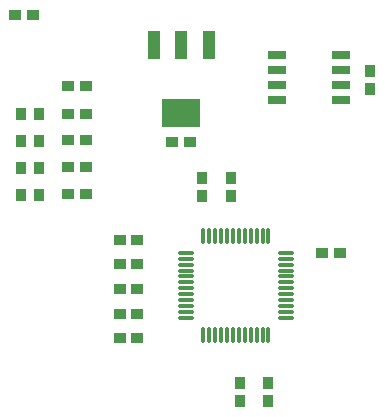
<source format=gtp>
G04*
G04 #@! TF.GenerationSoftware,Altium Limited,Altium Designer,21.6.1 (37)*
G04*
G04 Layer_Color=8421504*
%FSTAX23Y23*%
%MOIN*%
G70*
G04*
G04 #@! TF.SameCoordinates,70A83F60-4201-493C-AFFE-40F3CF65797C*
G04*
G04*
G04 #@! TF.FilePolarity,Positive*
G04*
G01*
G75*
%ADD20R,0.060X0.026*%
%ADD21R,0.039X0.037*%
%ADD22O,0.057X0.012*%
%ADD23O,0.012X0.057*%
%ADD24R,0.130X0.094*%
%ADD25R,0.039X0.094*%
%ADD26R,0.037X0.039*%
%ADD27R,0.037X0.039*%
D20*
X02348Y02613D02*
D03*
Y02663D02*
D03*
Y02713D02*
D03*
Y02763D02*
D03*
X02561D02*
D03*
Y02713D02*
D03*
Y02663D02*
D03*
Y02613D02*
D03*
D21*
X01535Y02896D02*
D03*
X01476D02*
D03*
X01711Y023D02*
D03*
X01652D02*
D03*
X01711Y02391D02*
D03*
X01652D02*
D03*
X01711Y0248D02*
D03*
X01652D02*
D03*
X01711Y02569D02*
D03*
X01652D02*
D03*
X0206Y02475D02*
D03*
X02D02*
D03*
X01711Y0266D02*
D03*
X01652D02*
D03*
X01884Y0182D02*
D03*
X01825D02*
D03*
X01825Y01984D02*
D03*
X01884D02*
D03*
X01825Y02066D02*
D03*
X01884D02*
D03*
X01825Y02148D02*
D03*
X01884D02*
D03*
X025Y02105D02*
D03*
X0256D02*
D03*
X01884Y01902D02*
D03*
X01825D02*
D03*
D22*
X02046Y02104D02*
D03*
Y02085D02*
D03*
Y02065D02*
D03*
Y02045D02*
D03*
X02378Y02104D02*
D03*
Y02085D02*
D03*
Y02065D02*
D03*
Y02045D02*
D03*
Y02026D02*
D03*
Y02006D02*
D03*
Y01986D02*
D03*
Y01966D02*
D03*
Y01947D02*
D03*
Y01927D02*
D03*
Y01907D02*
D03*
Y01888D02*
D03*
X02046D02*
D03*
Y01907D02*
D03*
Y01927D02*
D03*
Y01947D02*
D03*
Y01966D02*
D03*
Y01986D02*
D03*
Y02006D02*
D03*
Y02026D02*
D03*
D23*
X02104Y02162D02*
D03*
X02123D02*
D03*
X02143D02*
D03*
X02163D02*
D03*
X02182D02*
D03*
X02202D02*
D03*
X02222D02*
D03*
X02242D02*
D03*
X02261D02*
D03*
X02281D02*
D03*
X02301D02*
D03*
X0232D02*
D03*
Y0183D02*
D03*
X02301D02*
D03*
X02281D02*
D03*
X02261D02*
D03*
X02242D02*
D03*
X02222D02*
D03*
X02202D02*
D03*
X02182D02*
D03*
X02163D02*
D03*
X02143D02*
D03*
X02123D02*
D03*
X02104D02*
D03*
D24*
X0203Y02571D02*
D03*
D25*
X01939Y02799D02*
D03*
X0203D02*
D03*
X02121D02*
D03*
D26*
X0266Y0265D02*
D03*
Y0271D02*
D03*
X02226Y0161D02*
D03*
Y0167D02*
D03*
X02195Y02355D02*
D03*
Y02295D02*
D03*
X021Y02295D02*
D03*
Y02355D02*
D03*
X0232Y0167D02*
D03*
Y0161D02*
D03*
D27*
X01556Y02569D02*
D03*
Y02479D02*
D03*
Y02389D02*
D03*
X01495Y02569D02*
D03*
Y02479D02*
D03*
Y02389D02*
D03*
X01556Y02299D02*
D03*
X01495D02*
D03*
M02*

</source>
